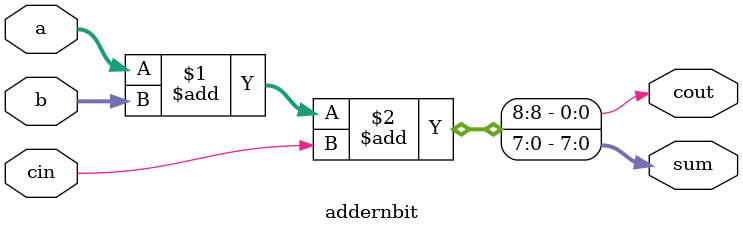
<source format=v>

module addernbit(sum,cout,a,b,cin);
parameter N=8;
input[N-1:0]a,b;
input cin;
output[N-1:0]sum;
output cout;

assign {cout,sum} = a+b+cin;

endmodule


</source>
